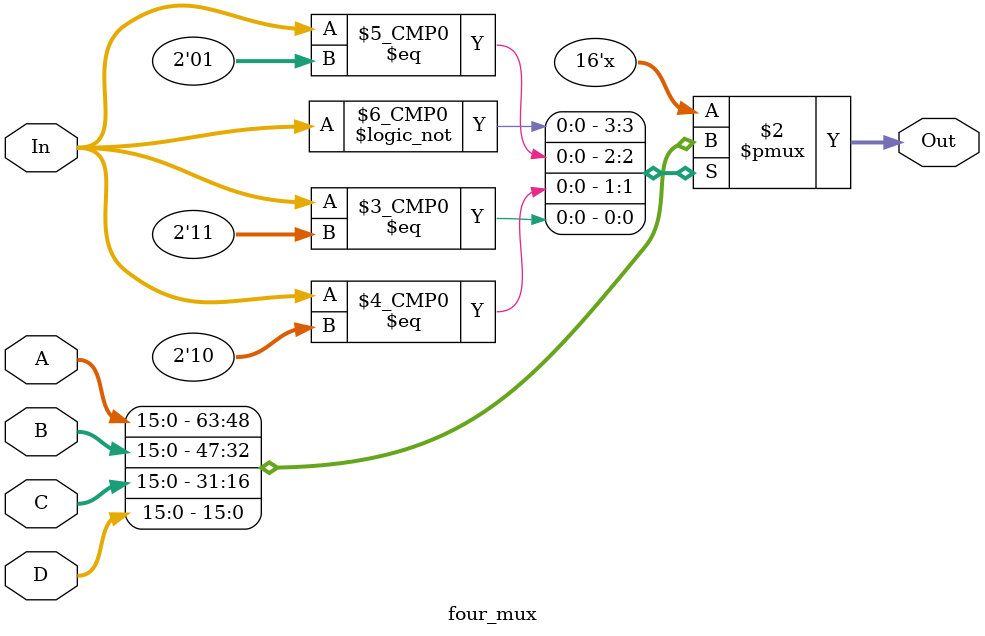
<source format=sv>
module CPUbusMUX (input logic [3:0] In, 
					 input logic [15: 0] A,B,C,D,
					 output logic[15: 0] Out
					 );
	always_comb
	begin
		unique case (In)
			4'b1000	:	Out = A;
			4'b0100	:	Out = B;
			4'b0010	:	Out = C;
			4'b0001	:	Out = D;
			default: Out = 16'h0000;
		endcase
	end
endmodule 


module two_mux #(parameter n = 16)
				(input logic In,
				input logic [n-1:0] A,
				input logic [n-1:0] B,
				output logic [n-1:0] Out);
	always_comb
	begin
		if (In)
			Out = B;
		else
			Out = A;	
	end
endmodule

module four_mux #(parameter n = 16)
			  (input logic [1:0] In,
				input logic [n-1:0] A,
				input logic [n-1:0] B,
				input logic [n-1:0] C,
				input logic [n-1:0] D,
				output logic [n-1:0] Out);
	always_comb
	begin
		case(In)
			2'b00: Out = A;
			2'b01: Out = B;
			2'b10: Out = C;
			2'b11: Out = D;
		endcase
	end
endmodule


</source>
